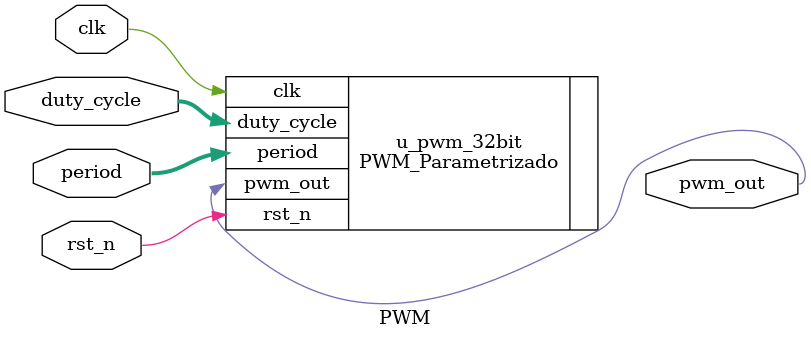
<source format=v>
module PWM (
    input wire clk,
    input wire rst_n,
    input wire [31:0] duty_cycle, // duty cycle final = duty_cycle / period
    input wire [31:0] period,     // pwm_freq = clk_freq / period
    output reg pwm_out
);

    // Instancia o módulo PWM parametrizado com WIDTH = 32
    PWM_Parametrizado #( .WIDTH(32) ) u_pwm_32bit (
        .clk        (clk),
        .rst_n      (rst_n),
        .duty_cycle (duty_cycle),
        .period     (period),
        .pwm_out    (pwm_out)
    );

endmodule

</source>
